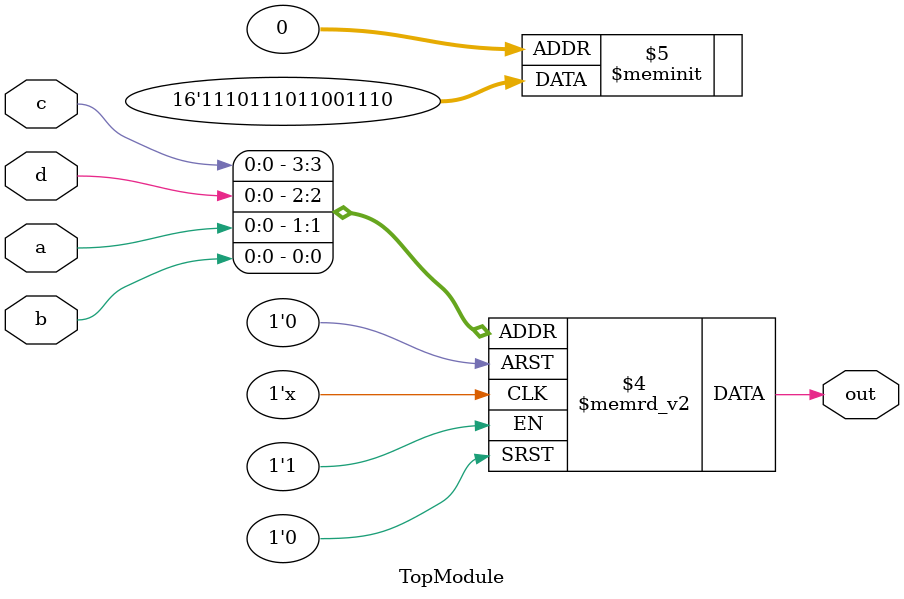
<source format=sv>
module TopModule(
    input logic a,
    input logic b,
    input logic c,
    input logic d,
    output logic out
);

    always @(*) begin
        case ({c, d, a, b})
            4'b0000: out = 0;
            4'b0001: out = 1; // Changed from don't-care to 1 for convenience
            4'b0010: out = 1;
            4'b0011: out = 1;
            4'b0100: out = 0;
            4'b0101: out = 0;
            4'b0110: out = 1; // Changed from don't-care to 1 for convenience
            4'b0111: out = 1; // Changed from don't-care to 1 for convenience
            4'b1100: out = 0;
            4'b1101: out = 1;
            4'b1110: out = 1;
            4'b1111: out = 1;
            4'b1000: out = 0;
            4'b1001: out = 1;
            4'b1010: out = 1;
            4'b1011: out = 1;
            default: out = 0;
        endcase
    end

endmodule
</source>
